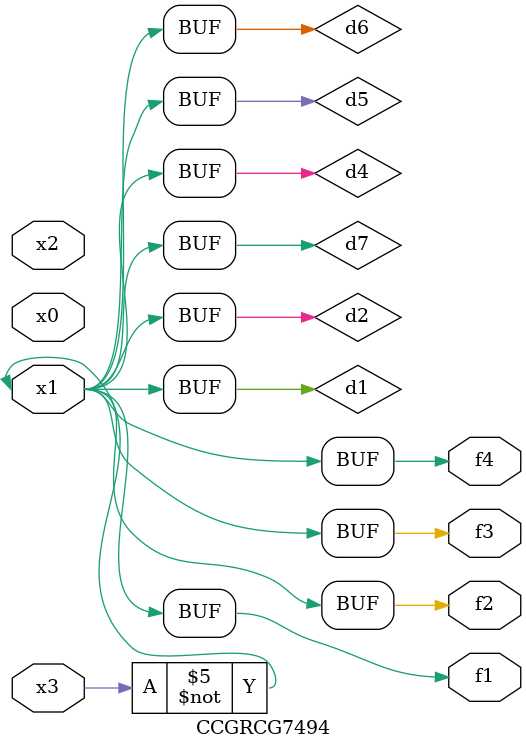
<source format=v>
module CCGRCG7494(
	input x0, x1, x2, x3,
	output f1, f2, f3, f4
);

	wire d1, d2, d3, d4, d5, d6, d7;

	not (d1, x3);
	buf (d2, x1);
	xnor (d3, d1, d2);
	nor (d4, d1);
	buf (d5, d1, d2);
	buf (d6, d4, d5);
	nand (d7, d4);
	assign f1 = d6;
	assign f2 = d7;
	assign f3 = d6;
	assign f4 = d6;
endmodule

</source>
